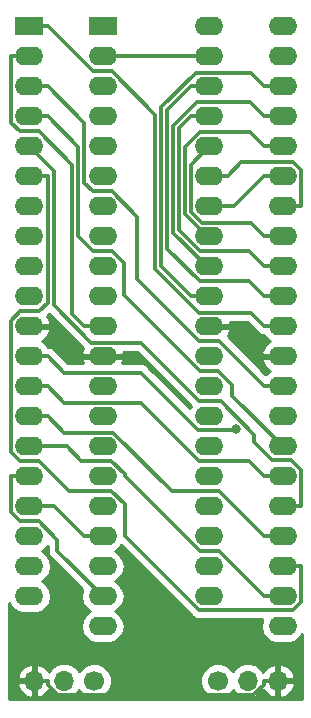
<source format=gbr>
G04 #@! TF.GenerationSoftware,KiCad,Pcbnew,5.0.2-bee76a0~70~ubuntu18.10.1*
G04 #@! TF.CreationDate,2019-03-17T01:28:34+01:00*
G04 #@! TF.ProjectId,27c160 Kickstart,32376331-3630-4204-9b69-636b73746172,rev?*
G04 #@! TF.SameCoordinates,Original*
G04 #@! TF.FileFunction,Copper,L2,Bot*
G04 #@! TF.FilePolarity,Positive*
%FSLAX46Y46*%
G04 Gerber Fmt 4.6, Leading zero omitted, Abs format (unit mm)*
G04 Created by KiCad (PCBNEW 5.0.2-bee76a0~70~ubuntu18.10.1) date dom 17 mar 2019 01:28:34 CET*
%MOMM*%
%LPD*%
G01*
G04 APERTURE LIST*
G04 #@! TA.AperFunction,ComponentPad*
%ADD10R,2.400000X1.600000*%
G04 #@! TD*
G04 #@! TA.AperFunction,ComponentPad*
%ADD11O,2.400000X1.600000*%
G04 #@! TD*
G04 #@! TA.AperFunction,ComponentPad*
%ADD12O,1.700000X1.700000*%
G04 #@! TD*
G04 #@! TA.AperFunction,ComponentPad*
%ADD13C,1.700000*%
G04 #@! TD*
G04 #@! TA.AperFunction,ViaPad*
%ADD14C,0.800000*%
G04 #@! TD*
G04 #@! TA.AperFunction,Conductor*
%ADD15C,0.300000*%
G04 #@! TD*
G04 #@! TA.AperFunction,Conductor*
%ADD16C,0.254000*%
G04 #@! TD*
G04 APERTURE END LIST*
D10*
G04 #@! TO.P,U1,1*
G04 #@! TO.N,/BYTE*
X17322800Y-17068800D03*
D11*
G04 #@! TO.P,U1,21*
G04 #@! TO.N,/A0*
X32562800Y-65328800D03*
G04 #@! TO.P,U1,2*
G04 #@! TO.N,/CE*
X17322800Y-19608800D03*
G04 #@! TO.P,U1,22*
G04 #@! TO.N,/A1*
X32562800Y-62788800D03*
G04 #@! TO.P,U1,3*
G04 #@! TO.N,/D15*
X17322800Y-22148800D03*
G04 #@! TO.P,U1,23*
G04 #@! TO.N,/A2*
X32562800Y-60248800D03*
G04 #@! TO.P,U1,4*
G04 #@! TO.N,/D14*
X17322800Y-24688800D03*
G04 #@! TO.P,U1,24*
G04 #@! TO.N,/A3*
X32562800Y-57708800D03*
G04 #@! TO.P,U1,5*
G04 #@! TO.N,/D13*
X17322800Y-27228800D03*
G04 #@! TO.P,U1,25*
G04 #@! TO.N,/A4*
X32562800Y-55168800D03*
G04 #@! TO.P,U1,6*
G04 #@! TO.N,/D12*
X17322800Y-29768800D03*
G04 #@! TO.P,U1,26*
G04 #@! TO.N,/A5*
X32562800Y-52628800D03*
G04 #@! TO.P,U1,7*
G04 #@! TO.N,/D11*
X17322800Y-32308800D03*
G04 #@! TO.P,U1,27*
G04 #@! TO.N,/A6*
X32562800Y-50088800D03*
G04 #@! TO.P,U1,8*
G04 #@! TO.N,/D10*
X17322800Y-34848800D03*
G04 #@! TO.P,U1,28*
G04 #@! TO.N,/A7*
X32562800Y-47548800D03*
G04 #@! TO.P,U1,9*
G04 #@! TO.N,/D9*
X17322800Y-37388800D03*
G04 #@! TO.P,U1,29*
G04 #@! TO.N,/A8*
X32562800Y-45008800D03*
G04 #@! TO.P,U1,10*
G04 #@! TO.N,/D8*
X17322800Y-39928800D03*
G04 #@! TO.P,U1,30*
G04 #@! TO.N,GND*
X32562800Y-42468800D03*
G04 #@! TO.P,U1,11*
X17322800Y-42468800D03*
G04 #@! TO.P,U1,31*
G04 #@! TO.N,/A9*
X32562800Y-39928800D03*
G04 #@! TO.P,U1,12*
G04 #@! TO.N,/D7*
X17322800Y-45008800D03*
G04 #@! TO.P,U1,32*
G04 #@! TO.N,/A10*
X32562800Y-37388800D03*
G04 #@! TO.P,U1,13*
G04 #@! TO.N,/D6*
X17322800Y-47548800D03*
G04 #@! TO.P,U1,33*
G04 #@! TO.N,/A11*
X32562800Y-34848800D03*
G04 #@! TO.P,U1,14*
G04 #@! TO.N,/D5*
X17322800Y-50088800D03*
G04 #@! TO.P,U1,34*
G04 #@! TO.N,/A12*
X32562800Y-32308800D03*
G04 #@! TO.P,U1,15*
G04 #@! TO.N,/D4*
X17322800Y-52628800D03*
G04 #@! TO.P,U1,35*
G04 #@! TO.N,/A13*
X32562800Y-29768800D03*
G04 #@! TO.P,U1,16*
G04 #@! TO.N,/D3*
X17322800Y-55168800D03*
G04 #@! TO.P,U1,36*
G04 #@! TO.N,/A14*
X32562800Y-27228800D03*
G04 #@! TO.P,U1,17*
G04 #@! TO.N,/D2*
X17322800Y-57708800D03*
G04 #@! TO.P,U1,37*
G04 #@! TO.N,/A15*
X32562800Y-24688800D03*
G04 #@! TO.P,U1,18*
G04 #@! TO.N,/D1*
X17322800Y-60248800D03*
G04 #@! TO.P,U1,38*
G04 #@! TO.N,/A16*
X32562800Y-22148800D03*
G04 #@! TO.P,U1,19*
G04 #@! TO.N,/D0*
X17322800Y-62788800D03*
G04 #@! TO.P,U1,39*
G04 #@! TO.N,/A17*
X32562800Y-19608800D03*
G04 #@! TO.P,U1,20*
G04 #@! TO.N,/OE*
X17322800Y-65328800D03*
G04 #@! TO.P,U1,40*
G04 #@! TO.N,VCC*
X32562800Y-17068800D03*
G04 #@! TD*
D10*
G04 #@! TO.P,U2,1*
G04 #@! TO.N,A18*
X23520400Y-17068800D03*
D11*
G04 #@! TO.P,U2,22*
G04 #@! TO.N,VCC*
X38760400Y-67868800D03*
G04 #@! TO.P,U2,2*
G04 #@! TO.N,/A17*
X23520400Y-19608800D03*
G04 #@! TO.P,U2,23*
G04 #@! TO.N,/D4*
X38760400Y-65328800D03*
G04 #@! TO.P,U2,3*
G04 #@! TO.N,/A7*
X23520400Y-22148800D03*
G04 #@! TO.P,U2,24*
G04 #@! TO.N,/D12*
X38760400Y-62788800D03*
G04 #@! TO.P,U2,4*
G04 #@! TO.N,/A6*
X23520400Y-24688800D03*
G04 #@! TO.P,U2,25*
G04 #@! TO.N,/D5*
X38760400Y-60248800D03*
G04 #@! TO.P,U2,5*
G04 #@! TO.N,/A5*
X23520400Y-27228800D03*
G04 #@! TO.P,U2,26*
G04 #@! TO.N,/D13*
X38760400Y-57708800D03*
G04 #@! TO.P,U2,6*
G04 #@! TO.N,/A4*
X23520400Y-29768800D03*
G04 #@! TO.P,U2,27*
G04 #@! TO.N,/D6*
X38760400Y-55168800D03*
G04 #@! TO.P,U2,7*
G04 #@! TO.N,/A3*
X23520400Y-32308800D03*
G04 #@! TO.P,U2,28*
G04 #@! TO.N,/D14*
X38760400Y-52628800D03*
G04 #@! TO.P,U2,8*
G04 #@! TO.N,/A2*
X23520400Y-34848800D03*
G04 #@! TO.P,U2,29*
G04 #@! TO.N,/D7*
X38760400Y-50088800D03*
G04 #@! TO.P,U2,9*
G04 #@! TO.N,/A1*
X23520400Y-37388800D03*
G04 #@! TO.P,U2,30*
G04 #@! TO.N,/D15*
X38760400Y-47548800D03*
G04 #@! TO.P,U2,10*
G04 #@! TO.N,/A0*
X23520400Y-39928800D03*
G04 #@! TO.P,U2,31*
G04 #@! TO.N,GND*
X38760400Y-45008800D03*
G04 #@! TO.P,U2,11*
G04 #@! TO.N,/CE*
X23520400Y-42468800D03*
G04 #@! TO.P,U2,32*
G04 #@! TO.N,/BYTE*
X38760400Y-42468800D03*
G04 #@! TO.P,U2,12*
G04 #@! TO.N,GND*
X23520400Y-45008800D03*
G04 #@! TO.P,U2,33*
G04 #@! TO.N,/A16*
X38760400Y-39928800D03*
G04 #@! TO.P,U2,13*
G04 #@! TO.N,/OE*
X23520400Y-47548800D03*
G04 #@! TO.P,U2,34*
G04 #@! TO.N,/A15*
X38760400Y-37388800D03*
G04 #@! TO.P,U2,14*
G04 #@! TO.N,/D0*
X23520400Y-50088800D03*
G04 #@! TO.P,U2,35*
G04 #@! TO.N,/A14*
X38760400Y-34848800D03*
G04 #@! TO.P,U2,15*
G04 #@! TO.N,/D8*
X23520400Y-52628800D03*
G04 #@! TO.P,U2,36*
G04 #@! TO.N,/A13*
X38760400Y-32308800D03*
G04 #@! TO.P,U2,16*
G04 #@! TO.N,/D1*
X23520400Y-55168800D03*
G04 #@! TO.P,U2,37*
G04 #@! TO.N,/A12*
X38760400Y-29768800D03*
G04 #@! TO.P,U2,17*
G04 #@! TO.N,/D9*
X23520400Y-57708800D03*
G04 #@! TO.P,U2,38*
G04 #@! TO.N,/A11*
X38760400Y-27228800D03*
G04 #@! TO.P,U2,18*
G04 #@! TO.N,/D2*
X23520400Y-60248800D03*
G04 #@! TO.P,U2,39*
G04 #@! TO.N,/A10*
X38760400Y-24688800D03*
G04 #@! TO.P,U2,19*
G04 #@! TO.N,/D10*
X23520400Y-62788800D03*
G04 #@! TO.P,U2,40*
G04 #@! TO.N,/A9*
X38760400Y-22148800D03*
G04 #@! TO.P,U2,20*
G04 #@! TO.N,/D3*
X23520400Y-65328800D03*
G04 #@! TO.P,U2,41*
G04 #@! TO.N,/A8*
X38760400Y-19608800D03*
G04 #@! TO.P,U2,21*
G04 #@! TO.N,/D11*
X23520400Y-67868800D03*
G04 #@! TO.P,U2,42*
G04 #@! TO.N,A19*
X38760400Y-17068800D03*
G04 #@! TD*
D12*
G04 #@! TO.P,SW2,3*
G04 #@! TO.N,GND*
X38354000Y-72491600D03*
G04 #@! TO.P,SW2,2*
G04 #@! TO.N,A19*
X35814000Y-72491600D03*
D13*
G04 #@! TO.P,SW2,1*
G04 #@! TO.N,Net-(R2-Pad2)*
X33274000Y-72491600D03*
G04 #@! TD*
G04 #@! TO.P,SW1,1*
G04 #@! TO.N,Net-(R1-Pad2)*
X22809200Y-72491600D03*
D12*
G04 #@! TO.P,SW1,2*
G04 #@! TO.N,A18*
X20269200Y-72491600D03*
G04 #@! TO.P,SW1,3*
G04 #@! TO.N,GND*
X17729200Y-72491600D03*
G04 #@! TD*
D14*
G04 #@! TO.N,/D7*
X34808900Y-51158000D03*
G04 #@! TD*
D15*
G04 #@! TO.N,/A17*
X23520400Y-19608800D02*
X32562800Y-19608800D01*
G04 #@! TO.N,/D4*
X37210100Y-65328800D02*
X33400100Y-61518800D01*
X33400100Y-61518800D02*
X31785900Y-61518800D01*
X31785900Y-61518800D02*
X25388600Y-55121500D01*
X25388600Y-55121500D02*
X25388600Y-54968500D01*
X25388600Y-54968500D02*
X24263700Y-53843600D01*
X24263700Y-53843600D02*
X21706100Y-53843600D01*
X21706100Y-53843600D02*
X20491300Y-52628800D01*
X20491300Y-52628800D02*
X17322800Y-52628800D01*
X38760400Y-65328800D02*
X37210100Y-65328800D01*
G04 #@! TO.N,/D12*
X17322800Y-29768800D02*
X18873100Y-29768800D01*
X38760400Y-62788800D02*
X40310700Y-62788800D01*
X40310700Y-62788800D02*
X40310700Y-65816900D01*
X40310700Y-65816900D02*
X39637500Y-66490100D01*
X39637500Y-66490100D02*
X31682800Y-66490100D01*
X31682800Y-66490100D02*
X25388100Y-60195400D01*
X25388100Y-60195400D02*
X25388100Y-57548400D01*
X25388100Y-57548400D02*
X24278500Y-56438800D01*
X24278500Y-56438800D02*
X20700100Y-56438800D01*
X20700100Y-56438800D02*
X18160100Y-53898800D01*
X18160100Y-53898800D02*
X16510700Y-53898800D01*
X16510700Y-53898800D02*
X15734600Y-53122700D01*
X15734600Y-53122700D02*
X15734600Y-42016100D01*
X15734600Y-42016100D02*
X16551900Y-41198800D01*
X16551900Y-41198800D02*
X18147800Y-41198800D01*
X18147800Y-41198800D02*
X18873100Y-40473500D01*
X18873100Y-40473500D02*
X18873100Y-29768800D01*
G04 #@! TO.N,/D5*
X17322800Y-50088800D02*
X18873100Y-50088800D01*
X38760400Y-60248800D02*
X37210100Y-60248800D01*
X37210100Y-60248800D02*
X33400100Y-56438800D01*
X33400100Y-56438800D02*
X29404400Y-56438800D01*
X29404400Y-56438800D02*
X24444000Y-51478400D01*
X24444000Y-51478400D02*
X20262700Y-51478400D01*
X20262700Y-51478400D02*
X18873100Y-50088800D01*
G04 #@! TO.N,/D13*
X38760400Y-57708800D02*
X40310700Y-57708800D01*
X40310700Y-57708800D02*
X40310700Y-54676800D01*
X40310700Y-54676800D02*
X39471300Y-53837400D01*
X39471300Y-53837400D02*
X37888700Y-53837400D01*
X37888700Y-53837400D02*
X36366800Y-52315500D01*
X36366800Y-52315500D02*
X36366800Y-51645700D01*
X36366800Y-51645700D02*
X33539900Y-48818800D01*
X33539900Y-48818800D02*
X31710900Y-48818800D01*
X31710900Y-48818800D02*
X26750500Y-43858400D01*
X26750500Y-43858400D02*
X22564200Y-43858400D01*
X22564200Y-43858400D02*
X19386400Y-40680600D01*
X19386400Y-40680600D02*
X19386400Y-29292400D01*
X19386400Y-29292400D02*
X17322800Y-27228800D01*
G04 #@! TO.N,/D6*
X17322800Y-47548800D02*
X18873100Y-47548800D01*
X38760400Y-55168800D02*
X37210100Y-55168800D01*
X37210100Y-55168800D02*
X35940100Y-53898800D01*
X35940100Y-53898800D02*
X31716000Y-53898800D01*
X31716000Y-53898800D02*
X26755600Y-48938400D01*
X26755600Y-48938400D02*
X20262700Y-48938400D01*
X20262700Y-48938400D02*
X18873100Y-47548800D01*
G04 #@! TO.N,/D14*
X18873100Y-24688800D02*
X21469800Y-27285500D01*
X21469800Y-27285500D02*
X21469800Y-34865100D01*
X21469800Y-34865100D02*
X22723500Y-36118800D01*
X22723500Y-36118800D02*
X24318700Y-36118800D01*
X24318700Y-36118800D02*
X25330400Y-37130500D01*
X25330400Y-37130500D02*
X25330400Y-39823300D01*
X25330400Y-39823300D02*
X31785900Y-46278800D01*
X31785900Y-46278800D02*
X33320800Y-46278800D01*
X33320800Y-46278800D02*
X34491100Y-47449100D01*
X34491100Y-47449100D02*
X34491100Y-48359500D01*
X34491100Y-48359500D02*
X38760400Y-52628800D01*
X17322800Y-24688800D02*
X18873100Y-24688800D01*
G04 #@! TO.N,/D7*
X17322800Y-45008800D02*
X18873100Y-45008800D01*
X34808900Y-51158000D02*
X34708500Y-51258400D01*
X34708500Y-51258400D02*
X31641200Y-51258400D01*
X31641200Y-51258400D02*
X26781200Y-46398400D01*
X26781200Y-46398400D02*
X20262700Y-46398400D01*
X20262700Y-46398400D02*
X18873100Y-45008800D01*
G04 #@! TO.N,/D15*
X17322800Y-22148800D02*
X18873100Y-22148800D01*
X38760400Y-47548800D02*
X37210100Y-47548800D01*
X37210100Y-47548800D02*
X33400100Y-43738800D01*
X33400100Y-43738800D02*
X31727300Y-43738800D01*
X31727300Y-43738800D02*
X26461900Y-38473400D01*
X26461900Y-38473400D02*
X26461900Y-33196100D01*
X26461900Y-33196100D02*
X24304600Y-31038800D01*
X24304600Y-31038800D02*
X22699600Y-31038800D01*
X22699600Y-31038800D02*
X21970100Y-30309300D01*
X21970100Y-30309300D02*
X21970100Y-25245800D01*
X21970100Y-25245800D02*
X18873100Y-22148800D01*
G04 #@! TO.N,/CE*
X15772500Y-19608800D02*
X15772500Y-25225000D01*
X15772500Y-25225000D02*
X16506300Y-25958800D01*
X16506300Y-25958800D02*
X18120900Y-25958800D01*
X18120900Y-25958800D02*
X20969500Y-28807400D01*
X20969500Y-28807400D02*
X20969500Y-41468200D01*
X20969500Y-41468200D02*
X21970100Y-42468800D01*
X17322800Y-19608800D02*
X15772500Y-19608800D01*
X23520400Y-42468800D02*
X21970100Y-42468800D01*
G04 #@! TO.N,GND*
X38354000Y-72491600D02*
X37153700Y-72491600D01*
X17729200Y-72491600D02*
X18929500Y-72491600D01*
X18929500Y-72491600D02*
X18929500Y-72866700D01*
X18929500Y-72866700D02*
X19792000Y-73729200D01*
X19792000Y-73729200D02*
X36289100Y-73729200D01*
X36289100Y-73729200D02*
X37153700Y-72864600D01*
X37153700Y-72864600D02*
X37153700Y-72491600D01*
X32562800Y-42468800D02*
X34113100Y-42468800D01*
X34113100Y-42468800D02*
X36653100Y-45008800D01*
X36653100Y-45008800D02*
X38760400Y-45008800D01*
X23520400Y-45008800D02*
X21970100Y-45008800D01*
X17322800Y-42468800D02*
X19430100Y-42468800D01*
X19430100Y-42468800D02*
X21970100Y-45008800D01*
G04 #@! TO.N,/BYTE*
X17322800Y-17068800D02*
X18873100Y-17068800D01*
X38760400Y-42468800D02*
X37210100Y-42468800D01*
X37210100Y-42468800D02*
X36059700Y-41318400D01*
X36059700Y-41318400D02*
X31694400Y-41318400D01*
X31694400Y-41318400D02*
X27999400Y-37623400D01*
X27999400Y-37623400D02*
X27999400Y-24596400D01*
X27999400Y-24596400D02*
X24281800Y-20878800D01*
X24281800Y-20878800D02*
X22683100Y-20878800D01*
X22683100Y-20878800D02*
X18873100Y-17068800D01*
G04 #@! TO.N,/A16*
X37210100Y-39928800D02*
X35940100Y-38658800D01*
X35940100Y-38658800D02*
X31742800Y-38658800D01*
X31742800Y-38658800D02*
X29000200Y-35916200D01*
X29000200Y-35916200D02*
X29000200Y-24161100D01*
X29000200Y-24161100D02*
X31012500Y-22148800D01*
X32562800Y-22148800D02*
X31012500Y-22148800D01*
X38760400Y-39928800D02*
X37210100Y-39928800D01*
G04 #@! TO.N,/A15*
X31012500Y-24688800D02*
X30000800Y-25700500D01*
X30000800Y-25700500D02*
X30000800Y-34333700D01*
X30000800Y-34333700D02*
X31785900Y-36118800D01*
X31785900Y-36118800D02*
X35940100Y-36118800D01*
X35940100Y-36118800D02*
X37210100Y-37388800D01*
X32562800Y-24688800D02*
X31012500Y-24688800D01*
X38760400Y-37388800D02*
X37210100Y-37388800D01*
G04 #@! TO.N,/A14*
X38760400Y-34848800D02*
X37210100Y-34848800D01*
X37210100Y-34848800D02*
X36059700Y-33698400D01*
X36059700Y-33698400D02*
X31901100Y-33698400D01*
X31901100Y-33698400D02*
X31001500Y-32798800D01*
X31001500Y-32798800D02*
X31001500Y-28790100D01*
X31001500Y-28790100D02*
X32562800Y-27228800D01*
G04 #@! TO.N,/A13*
X32562800Y-29768800D02*
X34113100Y-29768800D01*
X38760400Y-32308800D02*
X40310700Y-32308800D01*
X40310700Y-32308800D02*
X40310700Y-29280700D01*
X40310700Y-29280700D02*
X39637500Y-28607500D01*
X39637500Y-28607500D02*
X35274400Y-28607500D01*
X35274400Y-28607500D02*
X34113100Y-29768800D01*
G04 #@! TO.N,/A12*
X38760400Y-29768800D02*
X37210100Y-29768800D01*
X37210100Y-29768800D02*
X34670100Y-32308800D01*
X34670100Y-32308800D02*
X32562800Y-32308800D01*
G04 #@! TO.N,/D2*
X23520400Y-60248800D02*
X21970100Y-60248800D01*
X17322800Y-57708800D02*
X19430100Y-57708800D01*
X19430100Y-57708800D02*
X21970100Y-60248800D01*
G04 #@! TO.N,/A11*
X38760400Y-27228800D02*
X37210100Y-27228800D01*
X32562800Y-34848800D02*
X32343800Y-34848800D01*
X32343800Y-34848800D02*
X30501100Y-33006100D01*
X30501100Y-33006100D02*
X30501100Y-27262800D01*
X30501100Y-27262800D02*
X31741300Y-26022600D01*
X31741300Y-26022600D02*
X36003900Y-26022600D01*
X36003900Y-26022600D02*
X37210100Y-27228800D01*
G04 #@! TO.N,/A10*
X38760400Y-24688800D02*
X37210100Y-24688800D01*
X32562800Y-37388800D02*
X32338300Y-37388800D01*
X32338300Y-37388800D02*
X29500500Y-34551000D01*
X29500500Y-34551000D02*
X29500500Y-25481600D01*
X29500500Y-25481600D02*
X31509100Y-23473000D01*
X31509100Y-23473000D02*
X35994300Y-23473000D01*
X35994300Y-23473000D02*
X37210100Y-24688800D01*
G04 #@! TO.N,/D3*
X17322800Y-55168800D02*
X15772500Y-55168800D01*
X23520400Y-65328800D02*
X19669600Y-61478000D01*
X19669600Y-61478000D02*
X19669600Y-60537800D01*
X19669600Y-60537800D02*
X18110600Y-58978800D01*
X18110600Y-58978800D02*
X16540400Y-58978800D01*
X16540400Y-58978800D02*
X15772500Y-58210900D01*
X15772500Y-58210900D02*
X15772500Y-55168800D01*
G04 #@! TO.N,/A9*
X31012500Y-39928800D02*
X28499800Y-37416100D01*
X28499800Y-37416100D02*
X28499800Y-23953800D01*
X28499800Y-23953800D02*
X31455200Y-20998400D01*
X31455200Y-20998400D02*
X36059700Y-20998400D01*
X36059700Y-20998400D02*
X37210100Y-22148800D01*
X32562800Y-39928800D02*
X31012500Y-39928800D01*
X38760400Y-22148800D02*
X37210100Y-22148800D01*
G04 #@! TD*
D16*
G04 #@! TO.N,GND*
G36*
X31073053Y-66990511D02*
X31116847Y-67056053D01*
X31182389Y-67099847D01*
X31182391Y-67099849D01*
X31376508Y-67229554D01*
X31605484Y-67275100D01*
X31605487Y-67275100D01*
X31682799Y-67290478D01*
X31760111Y-67275100D01*
X37031238Y-67275100D01*
X37008660Y-67308891D01*
X36897287Y-67868800D01*
X37008660Y-68428709D01*
X37325823Y-68903377D01*
X37800491Y-69220540D01*
X38219067Y-69303800D01*
X39301733Y-69303800D01*
X39720309Y-69220540D01*
X40194977Y-68903377D01*
X40443307Y-68531726D01*
X40438603Y-74067600D01*
X15594400Y-74067600D01*
X15594400Y-72848492D01*
X16287714Y-72848492D01*
X16534017Y-73372958D01*
X16962276Y-73763245D01*
X17372310Y-73933076D01*
X17602200Y-73811755D01*
X17602200Y-72618600D01*
X16408381Y-72618600D01*
X16287714Y-72848492D01*
X15594400Y-72848492D01*
X15594400Y-72134708D01*
X16287714Y-72134708D01*
X16408381Y-72364600D01*
X17602200Y-72364600D01*
X17602200Y-71171445D01*
X17856200Y-71171445D01*
X17856200Y-72364600D01*
X17876200Y-72364600D01*
X17876200Y-72618600D01*
X17856200Y-72618600D01*
X17856200Y-73811755D01*
X18086090Y-73933076D01*
X18496124Y-73763245D01*
X18924383Y-73372958D01*
X18985357Y-73243122D01*
X19198575Y-73562225D01*
X19689782Y-73890439D01*
X20122944Y-73976600D01*
X20415456Y-73976600D01*
X20848618Y-73890439D01*
X21339825Y-73562225D01*
X21528409Y-73279989D01*
X21550278Y-73332785D01*
X21968015Y-73750522D01*
X22513815Y-73976600D01*
X23104585Y-73976600D01*
X23650385Y-73750522D01*
X24068122Y-73332785D01*
X24294200Y-72786985D01*
X24294200Y-72196215D01*
X31789000Y-72196215D01*
X31789000Y-72786985D01*
X32015078Y-73332785D01*
X32432815Y-73750522D01*
X32978615Y-73976600D01*
X33569385Y-73976600D01*
X34115185Y-73750522D01*
X34532922Y-73332785D01*
X34554791Y-73279989D01*
X34743375Y-73562225D01*
X35234582Y-73890439D01*
X35667744Y-73976600D01*
X35960256Y-73976600D01*
X36393418Y-73890439D01*
X36884625Y-73562225D01*
X37097843Y-73243122D01*
X37158817Y-73372958D01*
X37587076Y-73763245D01*
X37997110Y-73933076D01*
X38227000Y-73811755D01*
X38227000Y-72618600D01*
X38481000Y-72618600D01*
X38481000Y-73811755D01*
X38710890Y-73933076D01*
X39120924Y-73763245D01*
X39549183Y-73372958D01*
X39795486Y-72848492D01*
X39674819Y-72618600D01*
X38481000Y-72618600D01*
X38227000Y-72618600D01*
X38207000Y-72618600D01*
X38207000Y-72364600D01*
X38227000Y-72364600D01*
X38227000Y-71171445D01*
X38481000Y-71171445D01*
X38481000Y-72364600D01*
X39674819Y-72364600D01*
X39795486Y-72134708D01*
X39549183Y-71610242D01*
X39120924Y-71219955D01*
X38710890Y-71050124D01*
X38481000Y-71171445D01*
X38227000Y-71171445D01*
X37997110Y-71050124D01*
X37587076Y-71219955D01*
X37158817Y-71610242D01*
X37097843Y-71740078D01*
X36884625Y-71420975D01*
X36393418Y-71092761D01*
X35960256Y-71006600D01*
X35667744Y-71006600D01*
X35234582Y-71092761D01*
X34743375Y-71420975D01*
X34554791Y-71703211D01*
X34532922Y-71650415D01*
X34115185Y-71232678D01*
X33569385Y-71006600D01*
X32978615Y-71006600D01*
X32432815Y-71232678D01*
X32015078Y-71650415D01*
X31789000Y-72196215D01*
X24294200Y-72196215D01*
X24068122Y-71650415D01*
X23650385Y-71232678D01*
X23104585Y-71006600D01*
X22513815Y-71006600D01*
X21968015Y-71232678D01*
X21550278Y-71650415D01*
X21528409Y-71703211D01*
X21339825Y-71420975D01*
X20848618Y-71092761D01*
X20415456Y-71006600D01*
X20122944Y-71006600D01*
X19689782Y-71092761D01*
X19198575Y-71420975D01*
X18985357Y-71740078D01*
X18924383Y-71610242D01*
X18496124Y-71219955D01*
X18086090Y-71050124D01*
X17856200Y-71171445D01*
X17602200Y-71171445D01*
X17372310Y-71050124D01*
X16962276Y-71219955D01*
X16534017Y-71610242D01*
X16287714Y-72134708D01*
X15594400Y-72134708D01*
X15594400Y-65923640D01*
X15888223Y-66363377D01*
X16362891Y-66680540D01*
X16781467Y-66763800D01*
X17864133Y-66763800D01*
X18282709Y-66680540D01*
X18757377Y-66363377D01*
X19074540Y-65888709D01*
X19185913Y-65328800D01*
X19074540Y-64768891D01*
X18757377Y-64294223D01*
X18405042Y-64058800D01*
X18757377Y-63823377D01*
X19074540Y-63348709D01*
X19185913Y-62788800D01*
X19074540Y-62228891D01*
X18757377Y-61754223D01*
X18405042Y-61518800D01*
X18757377Y-61283377D01*
X18884600Y-61092974D01*
X18884600Y-61400688D01*
X18869222Y-61478000D01*
X18884600Y-61555312D01*
X18884600Y-61555315D01*
X18930146Y-61784291D01*
X19103647Y-62043953D01*
X19169192Y-62087749D01*
X21801374Y-64719931D01*
X21768660Y-64768891D01*
X21657287Y-65328800D01*
X21768660Y-65888709D01*
X22085823Y-66363377D01*
X22438158Y-66598800D01*
X22085823Y-66834223D01*
X21768660Y-67308891D01*
X21657287Y-67868800D01*
X21768660Y-68428709D01*
X22085823Y-68903377D01*
X22560491Y-69220540D01*
X22979067Y-69303800D01*
X24061733Y-69303800D01*
X24480309Y-69220540D01*
X24954977Y-68903377D01*
X25272140Y-68428709D01*
X25383513Y-67868800D01*
X25272140Y-67308891D01*
X24954977Y-66834223D01*
X24602642Y-66598800D01*
X24954977Y-66363377D01*
X25272140Y-65888709D01*
X25383513Y-65328800D01*
X25272140Y-64768891D01*
X24954977Y-64294223D01*
X24602642Y-64058800D01*
X24954977Y-63823377D01*
X25272140Y-63348709D01*
X25383513Y-62788800D01*
X25272140Y-62228891D01*
X24954977Y-61754223D01*
X24602642Y-61518800D01*
X24954977Y-61283377D01*
X25119578Y-61037035D01*
X31073053Y-66990511D01*
X31073053Y-66990511D01*
G37*
X31073053Y-66990511D02*
X31116847Y-67056053D01*
X31182389Y-67099847D01*
X31182391Y-67099849D01*
X31376508Y-67229554D01*
X31605484Y-67275100D01*
X31605487Y-67275100D01*
X31682799Y-67290478D01*
X31760111Y-67275100D01*
X37031238Y-67275100D01*
X37008660Y-67308891D01*
X36897287Y-67868800D01*
X37008660Y-68428709D01*
X37325823Y-68903377D01*
X37800491Y-69220540D01*
X38219067Y-69303800D01*
X39301733Y-69303800D01*
X39720309Y-69220540D01*
X40194977Y-68903377D01*
X40443307Y-68531726D01*
X40438603Y-74067600D01*
X15594400Y-74067600D01*
X15594400Y-72848492D01*
X16287714Y-72848492D01*
X16534017Y-73372958D01*
X16962276Y-73763245D01*
X17372310Y-73933076D01*
X17602200Y-73811755D01*
X17602200Y-72618600D01*
X16408381Y-72618600D01*
X16287714Y-72848492D01*
X15594400Y-72848492D01*
X15594400Y-72134708D01*
X16287714Y-72134708D01*
X16408381Y-72364600D01*
X17602200Y-72364600D01*
X17602200Y-71171445D01*
X17856200Y-71171445D01*
X17856200Y-72364600D01*
X17876200Y-72364600D01*
X17876200Y-72618600D01*
X17856200Y-72618600D01*
X17856200Y-73811755D01*
X18086090Y-73933076D01*
X18496124Y-73763245D01*
X18924383Y-73372958D01*
X18985357Y-73243122D01*
X19198575Y-73562225D01*
X19689782Y-73890439D01*
X20122944Y-73976600D01*
X20415456Y-73976600D01*
X20848618Y-73890439D01*
X21339825Y-73562225D01*
X21528409Y-73279989D01*
X21550278Y-73332785D01*
X21968015Y-73750522D01*
X22513815Y-73976600D01*
X23104585Y-73976600D01*
X23650385Y-73750522D01*
X24068122Y-73332785D01*
X24294200Y-72786985D01*
X24294200Y-72196215D01*
X31789000Y-72196215D01*
X31789000Y-72786985D01*
X32015078Y-73332785D01*
X32432815Y-73750522D01*
X32978615Y-73976600D01*
X33569385Y-73976600D01*
X34115185Y-73750522D01*
X34532922Y-73332785D01*
X34554791Y-73279989D01*
X34743375Y-73562225D01*
X35234582Y-73890439D01*
X35667744Y-73976600D01*
X35960256Y-73976600D01*
X36393418Y-73890439D01*
X36884625Y-73562225D01*
X37097843Y-73243122D01*
X37158817Y-73372958D01*
X37587076Y-73763245D01*
X37997110Y-73933076D01*
X38227000Y-73811755D01*
X38227000Y-72618600D01*
X38481000Y-72618600D01*
X38481000Y-73811755D01*
X38710890Y-73933076D01*
X39120924Y-73763245D01*
X39549183Y-73372958D01*
X39795486Y-72848492D01*
X39674819Y-72618600D01*
X38481000Y-72618600D01*
X38227000Y-72618600D01*
X38207000Y-72618600D01*
X38207000Y-72364600D01*
X38227000Y-72364600D01*
X38227000Y-71171445D01*
X38481000Y-71171445D01*
X38481000Y-72364600D01*
X39674819Y-72364600D01*
X39795486Y-72134708D01*
X39549183Y-71610242D01*
X39120924Y-71219955D01*
X38710890Y-71050124D01*
X38481000Y-71171445D01*
X38227000Y-71171445D01*
X37997110Y-71050124D01*
X37587076Y-71219955D01*
X37158817Y-71610242D01*
X37097843Y-71740078D01*
X36884625Y-71420975D01*
X36393418Y-71092761D01*
X35960256Y-71006600D01*
X35667744Y-71006600D01*
X35234582Y-71092761D01*
X34743375Y-71420975D01*
X34554791Y-71703211D01*
X34532922Y-71650415D01*
X34115185Y-71232678D01*
X33569385Y-71006600D01*
X32978615Y-71006600D01*
X32432815Y-71232678D01*
X32015078Y-71650415D01*
X31789000Y-72196215D01*
X24294200Y-72196215D01*
X24068122Y-71650415D01*
X23650385Y-71232678D01*
X23104585Y-71006600D01*
X22513815Y-71006600D01*
X21968015Y-71232678D01*
X21550278Y-71650415D01*
X21528409Y-71703211D01*
X21339825Y-71420975D01*
X20848618Y-71092761D01*
X20415456Y-71006600D01*
X20122944Y-71006600D01*
X19689782Y-71092761D01*
X19198575Y-71420975D01*
X18985357Y-71740078D01*
X18924383Y-71610242D01*
X18496124Y-71219955D01*
X18086090Y-71050124D01*
X17856200Y-71171445D01*
X17602200Y-71171445D01*
X17372310Y-71050124D01*
X16962276Y-71219955D01*
X16534017Y-71610242D01*
X16287714Y-72134708D01*
X15594400Y-72134708D01*
X15594400Y-65923640D01*
X15888223Y-66363377D01*
X16362891Y-66680540D01*
X16781467Y-66763800D01*
X17864133Y-66763800D01*
X18282709Y-66680540D01*
X18757377Y-66363377D01*
X19074540Y-65888709D01*
X19185913Y-65328800D01*
X19074540Y-64768891D01*
X18757377Y-64294223D01*
X18405042Y-64058800D01*
X18757377Y-63823377D01*
X19074540Y-63348709D01*
X19185913Y-62788800D01*
X19074540Y-62228891D01*
X18757377Y-61754223D01*
X18405042Y-61518800D01*
X18757377Y-61283377D01*
X18884600Y-61092974D01*
X18884600Y-61400688D01*
X18869222Y-61478000D01*
X18884600Y-61555312D01*
X18884600Y-61555315D01*
X18930146Y-61784291D01*
X19103647Y-62043953D01*
X19169192Y-62087749D01*
X21801374Y-64719931D01*
X21768660Y-64768891D01*
X21657287Y-65328800D01*
X21768660Y-65888709D01*
X22085823Y-66363377D01*
X22438158Y-66598800D01*
X22085823Y-66834223D01*
X21768660Y-67308891D01*
X21657287Y-67868800D01*
X21768660Y-68428709D01*
X22085823Y-68903377D01*
X22560491Y-69220540D01*
X22979067Y-69303800D01*
X24061733Y-69303800D01*
X24480309Y-69220540D01*
X24954977Y-68903377D01*
X25272140Y-68428709D01*
X25383513Y-67868800D01*
X25272140Y-67308891D01*
X24954977Y-66834223D01*
X24602642Y-66598800D01*
X24954977Y-66363377D01*
X25272140Y-65888709D01*
X25383513Y-65328800D01*
X25272140Y-64768891D01*
X24954977Y-64294223D01*
X24602642Y-64058800D01*
X24954977Y-63823377D01*
X25272140Y-63348709D01*
X25383513Y-62788800D01*
X25272140Y-62228891D01*
X24954977Y-61754223D01*
X24602642Y-61518800D01*
X24954977Y-61283377D01*
X25119578Y-61037035D01*
X31073053Y-66990511D01*
G36*
X21896926Y-44301284D02*
X21746033Y-44576981D01*
X21728496Y-44659761D01*
X21850485Y-44881800D01*
X23393400Y-44881800D01*
X23393400Y-44861800D01*
X23647400Y-44861800D01*
X23647400Y-44881800D01*
X25190315Y-44881800D01*
X25312304Y-44659761D01*
X25308838Y-44643400D01*
X26425343Y-44643400D01*
X31011241Y-49229299D01*
X30895490Y-49402532D01*
X27390948Y-45897991D01*
X27347153Y-45832447D01*
X27087492Y-45658946D01*
X26858516Y-45613400D01*
X26858512Y-45613400D01*
X26781200Y-45598022D01*
X26703888Y-45613400D01*
X25200202Y-45613400D01*
X25294767Y-45440619D01*
X25312304Y-45357839D01*
X25190315Y-45135800D01*
X23647400Y-45135800D01*
X23647400Y-45155800D01*
X23393400Y-45155800D01*
X23393400Y-45135800D01*
X21850485Y-45135800D01*
X21728496Y-45357839D01*
X21746033Y-45440619D01*
X21840598Y-45613400D01*
X20587858Y-45613400D01*
X19482849Y-44508392D01*
X19439053Y-44442847D01*
X19179392Y-44269346D01*
X18950416Y-44223800D01*
X18950412Y-44223800D01*
X18920112Y-44217773D01*
X18757377Y-43974223D01*
X18401301Y-43736301D01*
X18827300Y-43393696D01*
X19097167Y-42900619D01*
X19114704Y-42817839D01*
X18992715Y-42595800D01*
X17449800Y-42595800D01*
X17449800Y-42615800D01*
X17195800Y-42615800D01*
X17195800Y-42595800D01*
X17175800Y-42595800D01*
X17175800Y-42341800D01*
X17195800Y-42341800D01*
X17195800Y-42321800D01*
X17449800Y-42321800D01*
X17449800Y-42341800D01*
X18992715Y-42341800D01*
X19114704Y-42119761D01*
X19097167Y-42036981D01*
X18857562Y-41599196D01*
X19026200Y-41430557D01*
X21896926Y-44301284D01*
X21896926Y-44301284D01*
G37*
X21896926Y-44301284D02*
X21746033Y-44576981D01*
X21728496Y-44659761D01*
X21850485Y-44881800D01*
X23393400Y-44881800D01*
X23393400Y-44861800D01*
X23647400Y-44861800D01*
X23647400Y-44881800D01*
X25190315Y-44881800D01*
X25312304Y-44659761D01*
X25308838Y-44643400D01*
X26425343Y-44643400D01*
X31011241Y-49229299D01*
X30895490Y-49402532D01*
X27390948Y-45897991D01*
X27347153Y-45832447D01*
X27087492Y-45658946D01*
X26858516Y-45613400D01*
X26858512Y-45613400D01*
X26781200Y-45598022D01*
X26703888Y-45613400D01*
X25200202Y-45613400D01*
X25294767Y-45440619D01*
X25312304Y-45357839D01*
X25190315Y-45135800D01*
X23647400Y-45135800D01*
X23647400Y-45155800D01*
X23393400Y-45155800D01*
X23393400Y-45135800D01*
X21850485Y-45135800D01*
X21728496Y-45357839D01*
X21746033Y-45440619D01*
X21840598Y-45613400D01*
X20587858Y-45613400D01*
X19482849Y-44508392D01*
X19439053Y-44442847D01*
X19179392Y-44269346D01*
X18950416Y-44223800D01*
X18950412Y-44223800D01*
X18920112Y-44217773D01*
X18757377Y-43974223D01*
X18401301Y-43736301D01*
X18827300Y-43393696D01*
X19097167Y-42900619D01*
X19114704Y-42817839D01*
X18992715Y-42595800D01*
X17449800Y-42595800D01*
X17449800Y-42615800D01*
X17195800Y-42615800D01*
X17195800Y-42595800D01*
X17175800Y-42595800D01*
X17175800Y-42341800D01*
X17195800Y-42341800D01*
X17195800Y-42321800D01*
X17449800Y-42321800D01*
X17449800Y-42341800D01*
X18992715Y-42341800D01*
X19114704Y-42119761D01*
X19097167Y-42036981D01*
X18857562Y-41599196D01*
X19026200Y-41430557D01*
X21896926Y-44301284D01*
G36*
X36600353Y-42969211D02*
X36644147Y-43034753D01*
X36709689Y-43078547D01*
X36709691Y-43078549D01*
X36770150Y-43118946D01*
X36903808Y-43208254D01*
X37132784Y-43253800D01*
X37132788Y-43253800D01*
X37163088Y-43259827D01*
X37325823Y-43503377D01*
X37681899Y-43741299D01*
X37255900Y-44083904D01*
X36986033Y-44576981D01*
X36968496Y-44659761D01*
X37090485Y-44881800D01*
X38633400Y-44881800D01*
X38633400Y-44861800D01*
X38887400Y-44861800D01*
X38887400Y-44881800D01*
X38907400Y-44881800D01*
X38907400Y-45135800D01*
X38887400Y-45135800D01*
X38887400Y-45155800D01*
X38633400Y-45155800D01*
X38633400Y-45135800D01*
X37090485Y-45135800D01*
X36968496Y-45357839D01*
X36986033Y-45440619D01*
X37255900Y-45933696D01*
X37681899Y-46276301D01*
X37325823Y-46514223D01*
X37309744Y-46538287D01*
X34101912Y-43330455D01*
X34337167Y-42900619D01*
X34354704Y-42817839D01*
X34232715Y-42595800D01*
X32689800Y-42595800D01*
X32689800Y-42615800D01*
X32435800Y-42615800D01*
X32435800Y-42595800D01*
X32415800Y-42595800D01*
X32415800Y-42341800D01*
X32435800Y-42341800D01*
X32435800Y-42321800D01*
X32689800Y-42321800D01*
X32689800Y-42341800D01*
X34232715Y-42341800D01*
X34354704Y-42119761D01*
X34351238Y-42103400D01*
X35734543Y-42103400D01*
X36600353Y-42969211D01*
X36600353Y-42969211D01*
G37*
X36600353Y-42969211D02*
X36644147Y-43034753D01*
X36709689Y-43078547D01*
X36709691Y-43078549D01*
X36770150Y-43118946D01*
X36903808Y-43208254D01*
X37132784Y-43253800D01*
X37132788Y-43253800D01*
X37163088Y-43259827D01*
X37325823Y-43503377D01*
X37681899Y-43741299D01*
X37255900Y-44083904D01*
X36986033Y-44576981D01*
X36968496Y-44659761D01*
X37090485Y-44881800D01*
X38633400Y-44881800D01*
X38633400Y-44861800D01*
X38887400Y-44861800D01*
X38887400Y-44881800D01*
X38907400Y-44881800D01*
X38907400Y-45135800D01*
X38887400Y-45135800D01*
X38887400Y-45155800D01*
X38633400Y-45155800D01*
X38633400Y-45135800D01*
X37090485Y-45135800D01*
X36968496Y-45357839D01*
X36986033Y-45440619D01*
X37255900Y-45933696D01*
X37681899Y-46276301D01*
X37325823Y-46514223D01*
X37309744Y-46538287D01*
X34101912Y-43330455D01*
X34337167Y-42900619D01*
X34354704Y-42817839D01*
X34232715Y-42595800D01*
X32689800Y-42595800D01*
X32689800Y-42615800D01*
X32435800Y-42615800D01*
X32435800Y-42595800D01*
X32415800Y-42595800D01*
X32415800Y-42341800D01*
X32435800Y-42341800D01*
X32435800Y-42321800D01*
X32689800Y-42321800D01*
X32689800Y-42341800D01*
X34232715Y-42341800D01*
X34354704Y-42119761D01*
X34351238Y-42103400D01*
X35734543Y-42103400D01*
X36600353Y-42969211D01*
G04 #@! TD*
M02*

</source>
